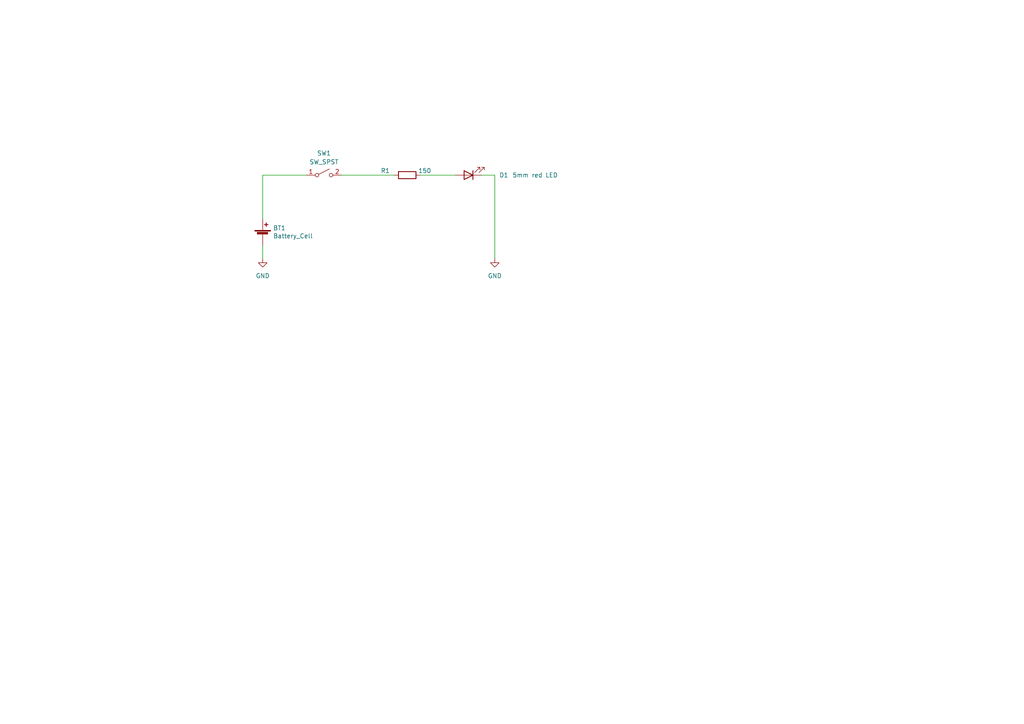
<source format=kicad_sch>
(kicad_sch (version 20231120) (generator "eeschema") (generator_version "8.0")
  (paper "A4")
  (lib_symbols
    (symbol "Device:Battery_Cell" (pin_numbers hide) (pin_names (offset 0) hide)
      (property "Reference" "BT" (at 2.54 2.54 0))
      (property "Value" "Battery_Cell" (at 2.54 0 0))
      (symbol "Battery_Cell_0_1"
        (rectangle (start -2.286 1.778) (end 2.286 1.524) (fill (type outline)))
        (rectangle (start -1.5748 1.1938) (end 1.4732 0.6858) (fill (type outline)))
        (polyline (pts (xy 0 0.762) (xy 0 0)))
        (polyline (pts (xy 0 1.778) (xy 0 2.54)))
        (polyline (pts (xy 0.508 3.429) (xy 1.524 3.429)) (stroke (width 0.254)))
        (polyline (pts (xy 1.016 3.937) (xy 1.016 2.921)) (stroke (width 0.254)))
      )
      (symbol "Battery_Cell_1_1"
        (pin passive line (at 0 5.08 270) (length 2.54) (name "+") (number "1"))
        (pin passive line (at 0 -2.54 90) (length 2.54) (name "-") (number "2"))
      )
    )
    (symbol "Device:LED" (pin_numbers hide) (pin_names (offset 1.016) hide)
      (property "Reference" "D" (at 0 2.54 0))
      (property "Value" "LED" (at 0 -2.54 0))
      (symbol "LED_0_1"
        (polyline (pts (xy -1.27 -1.27) (xy -1.27 1.27)) (stroke (width 0.254)))
        (polyline (pts (xy -1.27 0) (xy 1.27 0)))
        (polyline (pts (xy 1.27 -1.27) (xy 1.27 1.27) (xy -1.27 0) (xy 1.27 -1.27)) (stroke (width 0.254)))
        (polyline (pts (xy -3.048 -0.762) (xy -4.572 -2.286) (xy -3.81 -2.286) (xy -4.572 -2.286) (xy -4.572 -1.524)))
        (polyline (pts (xy -1.778 -0.762) (xy -3.302 -2.286) (xy -2.54 -2.286) (xy -3.302 -2.286) (xy -3.302 -1.524)))
      )
      (symbol "LED_1_1"
        (pin passive line (at -3.81 0 0) (length 2.54) (name "K") (number "1"))
        (pin passive line (at 3.81 0 180) (length 2.54) (name "A") (number "2"))
      )
    )
    (symbol "Device:R" (pin_numbers hide) (pin_names (offset 0))
      (property "Reference" "R" (at 2.032 0 90))
      (property "Value" "R" (at 0 0 90))
      (symbol "R_0_1"
        (rectangle (start -1.016 -2.54) (end 1.016 2.54) (stroke (width 0.254)))
      )
      (symbol "R_1_1"
        (pin passive line (at 0 3.81 270) (length 1.27) (name "~") (number "1"))
        (pin passive line (at 0 -3.81 90) (length 1.27) (name "~") (number "2"))
      )
    )
    (symbol "Switch:SW_SPST" (pin_names (offset 0) hide)
      (property "Reference" "SW" (at 0 3.175 0))
      (property "Value" "SW_SPST" (at 0 -2.54 0))
      (symbol "SW_SPST_0_0"
        (circle (center -2.032 0) (radius 0.508))
        (polyline (pts (xy -1.524 0.254) (xy 1.524 1.778)))
        (circle (center 2.032 0) (radius 0.508))
      )
      (symbol "SW_SPST_1_1"
        (pin passive line (at -5.08 0 0) (length 2.54) (name "A") (number "1"))
        (pin passive line (at 5.08 0 180) (length 2.54) (name "B") (number "2"))
      )
    )
    (symbol "power:GND" (power) (pin_names (offset 0))
      (property "Value" "GND" (at 0 -3.81 0))
      (symbol "GND_0_1"
        (polyline (pts (xy 0 0) (xy 0 -1.27) (xy 1.27 -1.27) (xy 0 -2.54) (xy -1.27 -1.27) (xy 0 -1.27)))
      )
      (symbol "GND_1_1"
        (pin power_in line (at 0 0 270) (length 0) hide (name "GND") (number "1"))
      )
    )
  )
  (wire (pts (xy 76.2 50.8) (xy 88.9 50.8)))
  (wire (pts (xy 139.7 50.8) (xy 143.51 50.8)))
  (wire (pts (xy 121.92 50.8) (xy 132.08 50.8)))
  (wire (pts (xy 99.06 50.8) (xy 114.3 50.8)))
  (wire (pts (xy 76.2 63.5) (xy 76.2 50.8)))
  (wire (pts (xy 76.2 71.12) (xy 76.2 74.93)))
  (wire (pts (xy 143.51 50.8) (xy 143.51 74.93)))
  (symbol (lib_id "Switch:SW_SPST") (at 93.98 50.8 0) (unit 1)
    (property "Reference" "SW1" (at 93.98 44.45 0))
    (property "Value" "SW_SPST" (at 93.98 46.99 0))
    (property "Footprint" "Button_Switch_THT:SW_PUSH_6mm" (effects (hide yes)))
    (property "Description" "Single Pole Single Throw (SPST) switch" (effects (hide yes)))
  )
  (symbol (lib_id "power:GND") (at 143.51 74.93 0) (unit 1)
    (property "Reference" "#PWR02" (effects (hide yes)))
    (property "Value" "GND" (at 143.51 80.01 0))
    (property "Description" "Power symbol creates a global label with name \"GND\" , ground" (effects (hide yes)))
  )
  (symbol (lib_id "Device:Battery_Cell") (at 76.2 68.58 0) (unit 1)
    (property "Reference" "BT1" (at 79.1972 66.1416 0) (effects (justify left)))
    (property "Value" "Battery_Cell" (at 79.1972 68.453 0) (effects (justify left)))
    (property "Footprint" "Battery:BatteryHolder_Keystone_103_1x20mm" (effects (hide yes)))
    (property "Digikey" "36-103-ND" (effects (hide yes)))
    (property "MnfPnr" "103" (effects (hide yes)))
    (property "Mnfr" "Keystone" (effects (hide yes)))
  )
  (symbol (lib_id "power:GND") (at 76.2 74.93 0) (unit 1)
    (property "Reference" "#PWR01" (effects (hide yes)))
    (property "Value" "GND" (at 76.2 80.01 0))
    (property "Description" "Power symbol creates a global label with name \"GND\" , ground" (effects (hide yes)))
  )
  (symbol (lib_id "Device:LED") (at 135.89 50.8 180) (unit 1)
    (property "Reference" "D1" (at 144.78 50.8 0) (effects (justify right)))
    (property "Value" "5mm red LED" (at 148.59 50.8 0) (effects (justify right)))
    (property "Footprint" "LED_THT:LED_D5.0mm" (effects (hide yes)))
    (property "Digikey" "754-1277-ND" (effects (hide yes)))
    (property "MnfPnr" "WP7113SRD/F" (effects (hide yes)))
    (property "Mnfr" "Kingbright" (effects (hide yes)))
  )
  (symbol (lib_id "Device:R") (at 118.11 50.8 270) (unit 1)
    (property "Reference" "R1" (at 111.76 49.53 90))
    (property "Value" "150" (at 123.19 49.53 90))
    (property "Footprint" "Resistor_THT:R_Axial_DIN0207_L6.3mm_D2.5mm_P10.16mm_Horizontal" (effects (hide yes)))
    (property "Digikey" "CF14JT150RCT-ND" (effects (hide yes)))
    (property "MnfPnr" "CF14JT150R" (effects (hide yes)))
    (property "Mnfr" "Stackpole Electronics Inc" (effects (hide yes)))
  )
)
</source>
